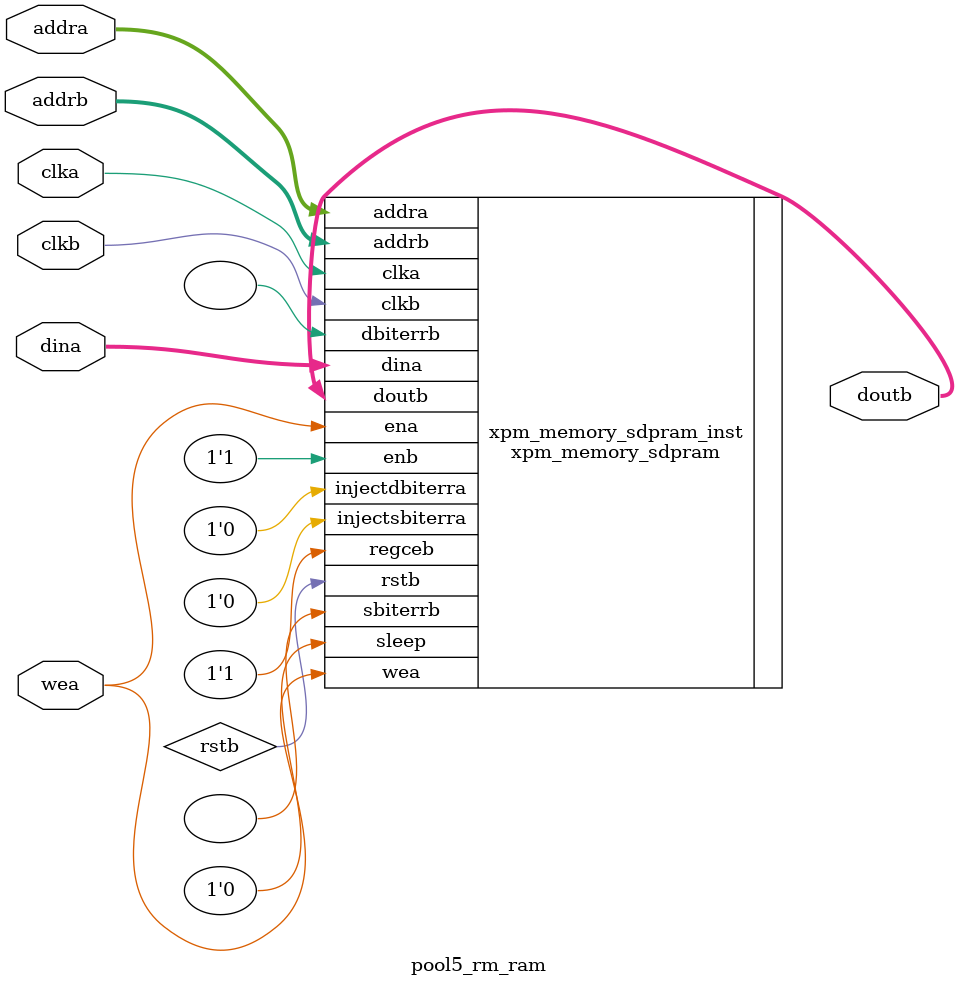
<source format=v>
module pool5_rm_ram(clka, wea, addra, dina, clkb, addrb, doutb);
  input clka;
  input [0:0]wea;
  input [11:0]addra;
  input [63:0]dina;
  input clkb;
  input [11:0]addrb;
  output [63:0]doutb;

   // xpm_memory_sdpram: Simple Dual Port RAM
   // Xilinx Parameterized Macro, version 2020.2

   xpm_memory_sdpram #(
      .ADDR_WIDTH_A(12),               // DECIMAL
      .ADDR_WIDTH_B(12),               // DECIMAL
      .AUTO_SLEEP_TIME(0),            // DECIMAL
      .BYTE_WRITE_WIDTH_A(64),        // DECIMAL
      .CASCADE_HEIGHT(0),             // DECIMAL
      .CLOCKING_MODE("common_clock"), // String
      .ECC_MODE("no_ecc"),            // String
      .MEMORY_INIT_FILE("none"),      // String
      .MEMORY_INIT_PARAM("0"),        // String
      .MEMORY_OPTIMIZATION("true"),   // String
      .MEMORY_PRIMITIVE("ultra"),      // String
      .MEMORY_SIZE(133120),             // DECIMAL
      .MESSAGE_CONTROL(0),            // DECIMAL
      .READ_DATA_WIDTH_B(64),         // DECIMAL
      .READ_LATENCY_B(2),             // DECIMAL
      .READ_RESET_VALUE_B("0"),       // String
      .RST_MODE_A("SYNC"),            // String
      .RST_MODE_B("SYNC"),            // String
      .SIM_ASSERT_CHK(0),             // DECIMAL; 0=disable simulation messages, 1=enable simulation messages
      .USE_EMBEDDED_CONSTRAINT(0),    // DECIMAL
      .USE_MEM_INIT(0),               // DECIMAL
      .WAKEUP_TIME("disable_sleep"),  // String
      .WRITE_DATA_WIDTH_A(64),        // DECIMAL
      .WRITE_MODE_B("read_first")      // String
   )
   xpm_memory_sdpram_inst (
      .dbiterrb(),             // 1-bit output: Status signal to indicate double bit error occurrence
                                       // on the data output of port B.

      .doutb(doutb),                   // READ_DATA_WIDTH_B-bit output: Data output for port B read operations.
      .sbiterrb(),             // 1-bit output: Status signal to indicate single bit error occurrence
                                       // on the data output of port B.

      .addra(addra),                   // ADDR_WIDTH_A-bit input: Address for port A write operations.
      .addrb(addrb),                   // ADDR_WIDTH_B-bit input: Address for port B read operations.
      .clka(clka),                     // 1-bit input: Clock signal for port A. Also clocks port B when
                                       // parameter CLOCKING_MODE is "common_clock".

      .clkb(clkb),                     // 1-bit input: Clock signal for port B when parameter CLOCKING_MODE is
                                       // "independent_clock". Unused when parameter CLOCKING_MODE is
                                       // "common_clock".

      .dina(dina),                     // WRITE_DATA_WIDTH_A-bit input: Data input for port A write operations.
      .ena(wea),                       // 1-bit input: Memory enable signal for port A. Must be high on clock
                                       // cycles when write operations are initiated. Pipelined internally.

      .enb(1'b1),                       // 1-bit input: Memory enable signal for port B. Must be high on clock
                                       // cycles when read operations are initiated. Pipelined internally.

      .injectdbiterra(1'b0), // 1-bit input: Controls double bit error injection on input data when
                                       // ECC enabled (Error injection capability is not available in
                                       // "decode_only" mode).

      .injectsbiterra(1'b0), // 1-bit input: Controls single bit error injection on input data when
                                       // ECC enabled (Error injection capability is not available in
                                       // "decode_only" mode).

      .regceb(1'b1),                 // 1-bit input: Clock Enable for the last register stage on the output
                                       // data path.

      .rstb(rstb),                     // 1-bit input: Reset signal for the final port B output register stage.
                                       // Synchronously resets output port doutb to the value specified by
                                       // parameter READ_RESET_VALUE_B.

      .sleep(1'b0),                   // 1-bit input: sleep signal to enable the dynamic power saving feature.
      .wea(wea)                        // WRITE_DATA_WIDTH_A/BYTE_WRITE_WIDTH_A-bit input: Write enable vector
                                       // for port A input data port dina. 1 bit wide when word-wide writes are
                                       // used. In byte-wide write configurations, each bit controls the
                                       // writing one byte of dina to address addra. For example, to
                                       // synchronously write only bits [15-8] of dina when WRITE_DATA_WIDTH_A
                                       // is 32, wea would be 4'b0010.

   );

   // End of xpm_memory_sdpram_inst instantiation


endmodule

</source>
